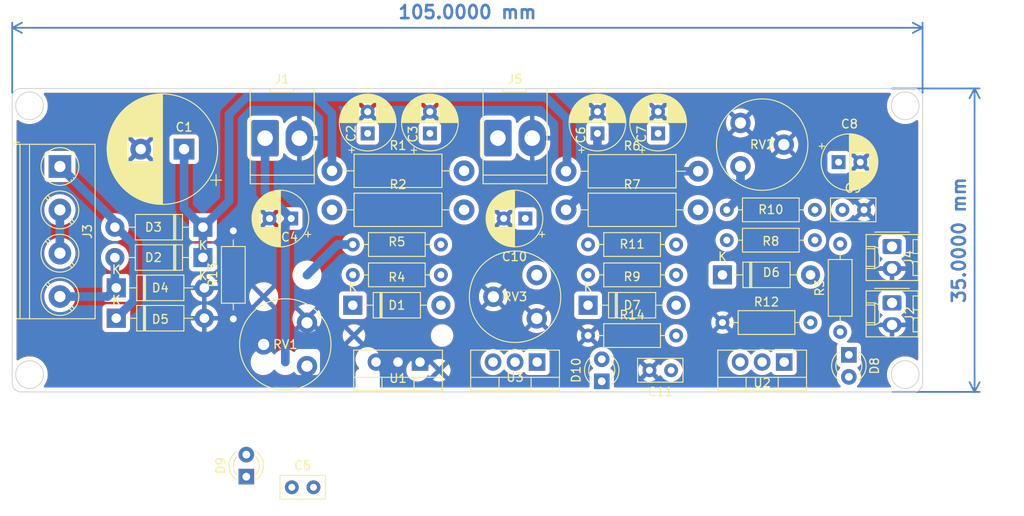
<source format=kicad_pcb>
(kicad_pcb (version 20211014) (generator pcbnew)
  (layers (0 "F.Cu" signal) (31 "B.Cu" signal) (34 "B.Paste" user) (35 "F.Paste" user) (36 "B.SilkS" user "B.Silkscreen") (37 "F.SilkS" user "F.Silkscreen") (38 "B.Mask" user) (39 "F.Mask" user) (44 "Edge.Cuts" user))
  (net 0 "")
  (net 1 "unreg")
  (net 2 "GND")
  (net 3 "Net-(C2-Pad1)")
  (net 4 "Net-(C3-Pad1)")
  (net 5 "+44V A")
  (net 6 "+44V B")
  (net 7 "+48V")
  (net 8 "Net-(D3-Pad2)")
  (net 9 "Net-(C6-Pad1)")
  (net 10 "Net-(J3-Pad2)")
  (net 11 "Net-(R5-Pad1)")
  (net 12 "Net-(C7-Pad1)")
  (net 13 "Net-(D2-Pad2)")
  (net 14 "Net-(D8-Pad1)")
  (net 15 "Net-(R10-Pad2)")
  (net 16 "Net-(R10-Pad1)")
  (net 17 "Net-(D9-Pad1)")
  (net 18 "Net-(D10-Pad1)")
  (net 19 "Net-(J2-Pad1)")
  (net 20 "Net-(R4-Pad1)")
  (net 21 "Net-(R11-Pad2)")
  (net 22 "Net-(R11-Pad1)")
  (footprint "TerminalBlock_Phoenix:TerminalBlock_Phoenix_PT-1,5-4-5.0-H_1x04_P5.00mm_Horizontal" (layer "F.Cu") (at 25.5 39 -90)
    (fp_text reference "J3" (at 7.5005 -3.175 90) (layer "F.SilkS"))
    (fp_text value " ")
    (pad "1" thru_hole rect (at 0 0 270) (size 2.6 2.6) (drill 1.3) (layers *.Cu *.Mask) (net 8 "Net-(D3-Pad2)"))
    (pad "2" thru_hole circle (at 5 0 270) (size 2.6 2.6) (drill 1.3) (layers *.Cu *.Mask) (net 10 "Net-(J3-Pad2)"))
    (pad "3" thru_hole circle (at 10 0 270) (size 2.6 2.6) (drill 1.3) (layers *.Cu *.Mask) (net 10 "Net-(J3-Pad2)"))
    (pad "4" thru_hole circle (at 15 0 270) (size 2.6 2.6) (drill 1.3) (layers *.Cu *.Mask) (net 13 "Net-(D2-Pad2)"))
  )
  (footprint "Capacitor_THT:CP_Radial_D6.3mm_P2.50mm" (layer "F.Cu") (at 68.175 35.18238 90)
    (fp_text reference "C3" (at -0.085241 -1.955 90) (layer "F.SilkS"))
    (fp_text value "10uF 80V")
    (pad "1" thru_hole rect (at 0 0 90) (size 1.6 1.6) (drill 0.8) (layers *.Cu *.Mask) (net 4 "Net-(C3-Pad1)"))
    (pad "2" thru_hole circle (at 2.5 0 90) (size 1.6 1.6) (drill 0.8) (layers *.Cu *.Mask) (net 2 "GND"))
  )
  (footprint "Resistor_THT:R_Axial_DIN0207_L6.3mm_D2.5mm_P10.16mm_Horizontal" (layer "F.Cu") (at 86.42 58.5)
    (fp_text reference "R14" (at 5.08 -2.37) (layer "F.SilkS"))
    (fp_text value "2k2")
    (pad "1" thru_hole circle (at 0 0) (size 1.6 1.6) (drill 0.8) (layers *.Cu *.Mask) (net 2 "GND"))
    (pad "2" thru_hole oval (at 10.16 0) (size 1.6 1.6) (drill 0.8) (layers *.Cu *.Mask) (net 18 "Net-(D10-Pad1)"))
  )
  (footprint "Package_TO_SOT_THT:TO-220-3_Vertical" (layer "F.Cu") (at 67.04 61.555 180)
    (fp_text reference "U1" (at 2.54 -1.88) (layer "F.SilkS"))
    (fp_text value "LM317_TO-220")
    (pad "1" thru_hole rect (at 0 0 180) (size 1.905 2) (drill 1.1) (layers *.Cu *.Mask) (net 20 "Net-(R4-Pad1)"))
    (pad "2" thru_hole oval (at 2.54 0 180) (size 1.905 2) (drill 1.1) (layers *.Cu *.Mask) (net 5 "+44V A"))
    (pad "3" thru_hole oval (at 5.08 0 180) (size 1.905 2) (drill 1.1) (layers *.Cu *.Mask) (net 4 "Net-(C3-Pad1)"))
  )
  (footprint "Capacitor_THT:CP_Radial_D6.3mm_P2.50mm" (layer "F.Cu") (at 79.18238 45 180)
    (fp_text reference "C10" (at 1.25 -4.4) (layer "F.SilkS"))
    (fp_text value "10uF 63V")
    (pad "1" thru_hole rect (at 0 0 180) (size 1.6 1.6) (drill 0.8) (layers *.Cu *.Mask) (net 6 "+44V B"))
    (pad "2" thru_hole circle (at 2.5 0 180) (size 1.6 1.6) (drill 0.8) (layers *.Cu *.Mask) (net 2 "GND"))
  )
  (footprint "Resistor_THT:R_Axial_DIN0207_L6.3mm_D2.5mm_P10.16mm_Horizontal" (layer "F.Cu") (at 101.92 57)
    (fp_text reference "R12" (at 5.08 -2.37) (layer "F.SilkS"))
    (fp_text value "2k2")
    (pad "1" thru_hole circle (at 0 0) (size 1.6 1.6) (drill 0.8) (layers *.Cu *.Mask) (net 2 "GND"))
    (pad "2" thru_hole oval (at 10.16 0) (size 1.6 1.6) (drill 0.8) (layers *.Cu *.Mask) (net 14 "Net-(D8-Pad1)"))
  )
  (footprint "Diode_THT:D_DO-41_SOD81_P10.16mm_Horizontal" (layer "F.Cu") (at 42 46 180)
    (fp_text reference "D3" (at 5.715 0) (layer "F.SilkS"))
    (fp_text value "1n4004")
    (fp_text user "K" (at 0 -2.1) (layer "F.SilkS"))
    (pad "1" thru_hole rect (at 0 0 180) (size 2.2 2.2) (drill 1.1) (layers *.Cu *.Mask) (net 1 "unreg"))
    (pad "2" thru_hole oval (at 10.16 0 180) (size 2.2 2.2) (drill 1.1) (layers *.Cu *.Mask) (net 8 "Net-(D3-Pad2)"))
  )
  (footprint "Capacitor_THT:C_Disc_D5.0mm_W2.5mm_P2.50mm" (layer "F.Cu") (at 52.25 76)
    (fp_text reference "C5" (at 1.25 -2.5) (layer "F.SilkS"))
    (fp_text value "100n")
    (pad "1" thru_hole circle (at 0 0) (size 1.6 1.6) (drill 0.8) (layers *.Cu *.Mask) (net 5 "+44V A"))
    (pad "2" thru_hole circle (at 2.5 0) (size 1.6 1.6) (drill 0.8) (layers *.Cu *.Mask) (net 2 "GND"))
  )
  (footprint "Capacitor_THT:CP_Radial_D6.3mm_P2.50mm" (layer "F.Cu") (at 94.5 35.18238 90)
    (fp_text reference "C7" (at -0.087621 -1.905 90) (layer "F.SilkS"))
    (fp_text value "10uF 80V")
    (pad "1" thru_hole rect (at 0 0 90) (size 1.6 1.6) (drill 0.8) (layers *.Cu *.Mask) (net 12 "Net-(C7-Pad1)"))
    (pad "2" thru_hole circle (at 2.5 0 90) (size 1.6 1.6) (drill 0.8) (layers *.Cu *.Mask) (net 2 "GND"))
  )
  (footprint "Resistor_THT:R_Axial_DIN0207_L6.3mm_D2.5mm_P10.16mm_Horizontal" (layer "F.Cu") (at 115.5 58.08 90)
    (fp_text reference "R3" (at 5.08 -2.37 90) (layer "F.SilkS"))
    (fp_text value "2k2")
    (pad "1" thru_hole circle (at 0 0 90) (size 1.6 1.6) (drill 0.8) (layers *.Cu *.Mask) (net 19 "Net-(J2-Pad1)"))
    (pad "2" thru_hole oval (at 10.16 0 90) (size 1.6 1.6) (drill 0.8) (layers *.Cu *.Mask) (net 7 "+48V"))
  )
  (footprint "LED_THT:LED_D3.0mm" (layer "F.Cu") (at 88 63.775 90)
    (fp_text reference "D10" (at 1.27 -2.96 90) (layer "F.SilkS"))
    (fp_text value "LED_Small")
    (pad "1" thru_hole rect (at 0 0 90) (size 1.8 1.8) (drill 0.9) (layers *.Cu *.Mask) (net 18 "Net-(D10-Pad1)"))
    (pad "2" thru_hole circle (at 2.54 0 90) (size 1.8 1.8) (drill 0.9) (layers *.Cu *.Mask) (net 6 "+44V B"))
  )
  (footprint "Resistor_THT:R_Axial_DIN0207_L6.3mm_D2.5mm_P10.16mm_Horizontal" (layer "F.Cu") (at 59.285 48)
    (fp_text reference "R5" (at 5.08 -0.31) (layer "F.SilkS"))
    (fp_text value "7k5")
    (pad "1" thru_hole circle (at 0 0) (size 1.6 1.6) (drill 0.8) (layers *.Cu *.Mask) (net 11 "Net-(R5-Pad1)"))
    (pad "2" thru_hole oval (at 10.16 0) (size 1.6 1.6) (drill 0.8) (layers *.Cu *.Mask) (net 20 "Net-(R4-Pad1)"))
  )
  (footprint "Resistor_THT:R_Axial_DIN0411_L9.9mm_D3.6mm_P15.24mm_Horizontal" (layer "F.Cu") (at 56.88 44)
    (fp_text reference "R2" (at 7.62 -2.92) (layer "F.SilkS"))
    (fp_text value "1R 1W")
    (pad "1" thru_hole circle (at 0 0) (size 2.4 2.4) (drill 1.2) (layers *.Cu *.Mask) (net 3 "Net-(C2-Pad1)"))
    (pad "2" thru_hole oval (at 15.24 0) (size 2.4 2.4) (drill 1.2) (layers *.Cu *.Mask) (net 4 "Net-(C3-Pad1)"))
  )
  (footprint "Potentiometer_THT:Potentiometer_Piher_PT-10-V05_Vertical" (layer "F.Cu") (at 104 38.975)
    (fp_text reference "RV2" (at 2.501 -2.5) (layer "F.SilkS"))
    (fp_text value "2k")
    (pad "1" thru_hole circle (at 0 0) (size 2.34 2.34) (drill 1.3) (layers *.Cu *.Mask) (net 16 "Net-(R10-Pad1)"))
    (pad "2" thru_hole circle (at 5 -2.5) (size 2.34 2.34) (drill 1.3) (layers *.Cu *.Mask) (net 2 "GND"))
    (pad "3" thru_hole circle (at 0 -5) (size 2.34 2.34) (drill 1.3) (layers *.Cu *.Mask) (net 2 "GND"))
  )
  (footprint "Connector_Molex:Molex_KK-396_5273-02A_1x02_P3.96mm_Vertical" (layer "F.Cu") (at 49.165 35.735)
    (fp_text reference "J1" (at 1.98 -6.8) (layer "F.SilkS"))
    (fp_text value " ")
    (pad "1" thru_hole roundrect (at 0 0) (size 3.16 4.2) (drill 1.8) (layers *.Cu *.Mask) (roundrect_rratio 0.07911392405) (net 5 "+44V A"))
    (pad "2" thru_hole oval (at 3.96 0) (size 3.16 4.2) (drill 1.8) (layers *.Cu *.Mask) (net 2 "GND"))
  )
  (footprint "Capacitor_THT:CP_Radial_D6.3mm_P2.50mm" (layer "F.Cu") (at 115.317621 38.5)
    (fp_text reference "C8" (at 1.25 -4.4) (layer "F.SilkS"))
    (fp_text value "10uF 63V")
    (pad "1" thru_hole rect (at 0 0) (size 1.6 1.6) (drill 0.8) (layers *.Cu *.Mask) (net 7 "+48V"))
    (pad "2" thru_hole circle (at 2.5 0) (size 1.6 1.6) (drill 0.8) (layers *.Cu *.Mask) (net 2 "GND"))
  )
  (footprint "Resistor_THT:R_Axial_DIN0207_L6.3mm_D2.5mm_P10.16mm_Horizontal" (layer "F.Cu") (at 59.285 51.5)
    (fp_text reference "R4" (at 5.08 0.275) (layer "F.SilkS"))
    (fp_text value "240r")
    (pad "1" thru_hole circle (at 0 0) (size 1.6 1.6) (drill 0.8) (layers *.Cu *.Mask) (net 20 "Net-(R4-Pad1)"))
    (pad "2" thru_hole oval (at 10.16 0) (size 1.6 1.6) (drill 0.8) (layers *.Cu *.Mask) (net 5 "+44V A"))
  )
  (footprint "Diode_THT:D_DO-41_SOD81_P10.16mm_Horizontal" (layer "F.Cu") (at 32 56.5)
    (fp_text reference "D5" (at 5.08 0.12) (layer "F.SilkS"))
    (fp_text value "1n4004")
    (fp_text user "K" (at 0 -2.1) (layer "F.SilkS"))
    (pad "1" thru_hole rect (at 0 0) (size 2.2 2.2) (drill 1.1) (layers *.Cu *.Mask) (net 8 "Net-(D3-Pad2)"))
    (pad "2" thru_hole oval (at 10.16 0) (size 2.2 2.2) (drill 1.1) (layers *.Cu *.Mask) (net 2 "GND"))
  )
  (footprint "Diode_THT:D_DO-41_SOD81_P10.16mm_Horizontal" (layer "F.Cu") (at 101.92 51.5)
    (fp_text reference "D6" (at 5.635 -0.275) (layer "F.SilkS"))
    (fp_text value "1n4004")
    (fp_text user "K" (at 0 -2.1) (layer "F.SilkS"))
    (pad "1" thru_hole rect (at 0 0) (size 2.2 2.2) (drill 1.1) (layers *.Cu *.Mask) (net 1 "unreg"))
    (pad "2" thru_hole oval (at 10.16 0) (size 2.2 2.2) (drill 1.1) (layers *.Cu *.Mask) (net 7 "+48V"))
  )
  (footprint "LED_THT:LED_D3.0mm" (layer "F.Cu") (at 116.5 60.725 -90)
    (fp_text reference "D8" (at 1.27 -2.96 90) (layer "F.SilkS"))
    (fp_text value "LED_Small")
    (pad "1" thru_hole rect (at 0 0 270) (size 1.8 1.8) (drill 0.9) (layers *.Cu *.Mask) (net 14 "Net-(D8-Pad1)"))
    (pad "2" thru_hole circle (at 2.54 0 270) (size 1.8 1.8) (drill 0.9) (layers *.Cu *.Mask) (net 7 "+48V"))
  )
  (footprint "Connector_Molex:Molex_KK-396_5273-02A_1x02_P3.96mm_Vertical" (layer "F.Cu") (at 76.02 35.725)
    (fp_text reference "J5" (at 1.98 -6.8) (layer "F.SilkS"))
    (fp_text value " ")
    (pad "1" thru_hole roundrect (at 0 0) (size 3.16 4.2) (drill 1.8) (layers *.Cu *.Mask) (roundrect_rratio 0.07911392405) (net 6 "+44V B"))
    (pad "2" thru_hole oval (at 3.96 0) (size 3.16 4.2) (drill 1.8) (layers *.Cu *.Mask) (net 2 "GND"))
  )
  (footprint "Connector_Molex:Molex_KK-254_AE-6410-02A_1x02_P2.54mm_Vertical" (layer "F.Cu") (at 121.48 48.23 -90)
    (fp_text reference "J4" (at 1.27 -1.925 90) (layer "F.SilkS"))
    (fp_text value " ")
    (pad "1" thru_hole roundrect (at 0 0 270) (size 1.74 2.19) (drill 1.19) (layers *.Cu *.Mask) (roundrect_rratio 0.1436781609) (net 7 "+48V"))
    (pad "2" thru_hole oval (at 2.54 0 270) (size 1.74 2.19) (drill 1.19) (layers *.Cu *.Mask) (net 2 "GND"))
  )
  (footprint "Diode_THT:D_DO-41_SOD81_P10.16mm_Horizontal" (layer "F.Cu") (at 59.285 55)
    (fp_text reference "D1" (at 5.08 0) (layer "F.SilkS"))
    (fp_text value "1n4004")
    (fp_text user "K" (at 0 -2.1) (layer "F.SilkS"))
    (pad "1" thru_hole rect (at 0 0) (size 2.2 2.2) (drill 1.1) (layers *.Cu *.Mask) (net 4 "Net-(C3-Pad1)"))
    (pad "2" thru_hole oval (at 10.16 0) (size 2.2 2.2) (drill 1.1) (layers *.Cu *.Mask) (net 5 "+44V A"))
  )
  (footprint "Diode_THT:D_DO-41_SOD81_P10.16mm_Horizontal" (layer "F.Cu") (at 32 53)
    (fp_text reference "D4" (at 5.08 0) (layer "F.SilkS"))
    (fp_text value "1n4004")
    (fp_text user "K" (at 0 -2.1) (layer "F.SilkS"))
    (pad "1" thru_hole rect (at 0 0) (size 2.2 2.2) (drill 1.1) (layers *.Cu *.Mask) (net 13 "Net-(D2-Pad2)"))
    (pad "2" thru_hole oval (at 10.16 0) (size 2.2 2.2) (drill 1.1) (layers *.Cu *.Mask) (net 2 "GND"))
  )
  (footprint "Package_TO_SOT_THT:TO-220-3_Vertical" (layer "F.Cu") (at 109.04 61.555 180)
    (fp_text reference "U2" (at 2.54 -2.405) (layer "F.SilkS"))
    (fp_text value "LM317_TO-220")
    (pad "1" thru_hole rect (at 0 0 180) (size 1.905 2) (drill 1.1) (layers *.Cu *.Mask) (net 15 "Net-(R10-Pad2)"))
    (pad "2" thru_hole oval (at 2.54 0 180) (size 1.905 2) (drill 1.1) (layers *.Cu *.Mask) (net 7 "+48V"))
    (pad "3" thru_hole oval (at 5.08 0 180) (size 1.905 2) (drill 1.1) (layers *.Cu *.Mask) (net 1 "unreg"))
  )
  (footprint "Resistor_THT:R_Axial_DIN0207_L6.3mm_D2.5mm_P10.16mm_Horizontal" (layer "F.Cu") (at 45.5 56.58 90)
    (fp_text reference "R13" (at 5.08 -2.37 90) (layer "F.SilkS"))
    (fp_text value "2k2")
    (pad "1" thru_hole circle (at 0 0 90) (size 1.6 1.6) (drill 0.8) (layers *.Cu *.Mask) (net 2 "GND"))
    (pad "2" thru_hole oval (at 10.16 0 90) (size 1.6 1.6) (drill 0.8) (layers *.Cu *.Mask) (net 17 "Net-(D9-Pad1)"))
  )
  (footprint "Potentiometer_THT:Potentiometer_Piher_PT-10-V05_Vertical" (layer "F.Cu") (at 80.5 51.525 180)
    (fp_text reference "RV3" (at 2.501 -2.5) (layer "F.SilkS"))
    (fp_text value "2k")
    (pad "1" thru_hole circle (at 0 0 180) (size 2.34 2.34) (drill 1.3) (layers *.Cu *.Mask) (net 22 "Net-(R11-Pad1)"))
    (pad "2" thru_hole circle (at 5 -2.5 180) (size 2.34 2.34) (drill 1.3) (layers *.Cu *.Mask) (net 2 "GND"))
    (pad "3" thru_hole circle (at 0 -5 180) (size 2.34 2.34) (drill 1.3) (layers *.Cu *.Mask) (net 2 "GND"))
  )
  (footprint "Capacitor_THT:CP_Radial_D12.5mm_P5.00mm" (layer "F.Cu") (at 39.823959 37 180)
    (fp_text reference "C1" (at 0 2.54) (layer "F.SilkS"))
    (fp_text value "200uF 80V")
    (pad "1" thru_hole rect (at 0 0 180) (size 2.4 2.4) (drill 1.2) (layers *.Cu *.Mask) (net 1 "unreg"))
    (pad "2" thru_hole circle (at 5 0 180) (size 2.4 2.4) (drill 1.2) (layers *.Cu *.Mask) (net 2 "GND"))
  )
  (footprint "Diode_THT:D_DO-41_SOD81_P10.16mm_Horizontal" (layer "F.Cu") (at 86.42 55)
    (fp_text reference "D7" (at 5.08 0) (layer "F.SilkS"))
    (fp_text value "1n4004")
    (fp_text user "K" (at 0 -2.1) (layer "F.SilkS"))
    (pad "1" thru_hole rect (at 0 0) (size 2.2 2.2) (drill 1.1) (layers *.Cu *.Mask) (net 12 "Net-(C7-Pad1)"))
    (pad "2" thru_hole oval (at 10.16 0) (size 2.2 2.2) (drill 1.1) (layers *.Cu *.Mask) (net 6 "+44V B"))
  )
  (footprint "Capacitor_THT:CP_Radial_D6.3mm_P2.50mm" (layer "F.Cu") (at 52.18238 45 180)
    (fp_text reference "C4" (at 0.189759 -2.14) (layer "F.SilkS"))
    (fp_text value "10uF 63V")
    (pad "1" thru_hole rect (at 0 0 180) (size 1.6 1.6) (drill 0.8) (layers *.Cu *.Mask) (net 5 "+44V A"))
    (pad "2" thru_hole circle (at 2.5 0 180) (size 1.6 1.6) (drill 0.8) (layers *.Cu *.Mask) (net 2 "GND"))
  )
  (footprint "Capacitor_THT:CP_Radial_D6.3mm_P2.50mm" (layer "F.Cu") (at 61 35.18238 90)
    (fp_text reference "C2" (at 0 -1.905 90) (layer "F.SilkS"))
    (fp_text value "10uF 80V")
    (pad "1" thru_hole rect (at 0 0 90) (size 1.6 1.6) (drill 0.8) (layers *.Cu *.Mask) (net 3 "Net-(C2-Pad1)"))
    (pad "2" thru_hole circle (at 2.5 0 90) (size 1.6 1.6) (drill 0.8) (layers *.Cu *.Mask) (net 2 "GND"))
  )
  (footprint "Resistor_THT:R_Axial_DIN0207_L6.3mm_D2.5mm_P10.16mm_Horizontal" (layer "F.Cu") (at 112.58 47.5 180)
    (fp_text reference "R8" (at 5.08 -0.12) (layer "F.SilkS"))
    (fp_text value "240r")
    (pad "1" thru_hole circle (at 0 0 180) (size 1.6 1.6) (drill 0.8) (layers *.Cu *.Mask) (net 15 "Net-(R10-Pad2)"))
    (pad "2" thru_hole oval (at 10.16 0 180) (size 1.6 1.6) (drill 0.8) (layers *.Cu *.Mask) (net 7 "+48V"))
  )
  (footprint "LED_THT:LED_D3.0mm" (layer "F.Cu") (at 47 74.775 90)
    (fp_text reference "D9" (at 1.27 -2.96 90) (layer "F.SilkS"))
    (fp_text value "LED_Small")
    (pad "1" thru_hole rect (at 0 0 90) (size 1.8 1.8) (drill 0.9) (layers *.Cu *.Mask) (net 17 "Net-(D9-Pad1)"))
    (pad "2" thru_hole circle (at 2.54 0 90) (size 1.8 1.8) (drill 0.9) (layers *.Cu *.Mask) (net 5 "+44V A"))
  )
  (footprint "Capacitor_THT:C_Disc_D5.0mm_W2.5mm_P2.50mm" (layer "F.Cu") (at 96 62.5 180)
    (fp_text reference "C11" (at 1.25 -2.5) (layer "F.SilkS"))
    (fp_text value "100n")
    (pad "1" thru_hole circle (at 0 0 180) (size 1.6 1.6) (drill 0.8) (layers *.Cu *.Mask) (net 6 "+44V B"))
    (pad "2" thru_hole circle (at 2.5 0 180) (size 1.6 1.6) (drill 0.8) (layers *.Cu *.Mask) (net 2 "GND"))
  )
  (footprint "Resistor_THT:R_Axial_DIN0207_L6.3mm_D2.5mm_P10.16mm_Horizontal" (layer "F.Cu") (at 86.42 51.5)
    (fp_text reference "R9" (at 5.08 0.215) (layer "F.SilkS"))
    (fp_text value "240r")
    (pad "1" thru_hole circle (at 0 0) (size 1.6 1.6) (drill 0.8) (layers *.Cu *.Mask) (net 21 "Net-(R11-Pad2)"))
    (pad "2" thru_hole oval (at 10.16 0) (size 1.6 1.6) (drill 0.8) (layers *.Cu *.Mask) (net 6 "+44V B"))
  )
  (footprint "Capacitor_THT:C_Disc_D5.0mm_W2.5mm_P2.50mm" (layer "F.Cu") (at 115.75 44)
    (fp_text reference "C9" (at 1.25 -2.5) (layer "F.SilkS"))
    (fp_text value "100n")
    (pad "1" thru_hole circle (at 0 0) (size 1.6 1.6) (drill 0.8) (layers *.Cu *.Mask) (net 7 "+48V"))
    (pad "2" thru_hole circle (at 2.5 0) (size 1.6 1.6) (drill 0.8) (layers *.Cu *.Mask) (net 2 "GND"))
  )
  (footprint "Diode_THT:D_DO-41_SOD81_P10.16mm_Horizontal" (layer "F.Cu") (at 42 49.5 180)
    (fp_text reference "D2" (at 5.715 0) (layer "F.SilkS"))
    (fp_text value "1n4004")
    (fp_text user "K" (at 0 -2.1) (layer "F.SilkS"))
    (pad "1" thru_hole rect (at 0 0 180) (size 2.2 2.2) (drill 1.1) (layers *.Cu *.Mask) (net 1 "unreg"))
    (pad "2" thru_hole oval (at 10.16 0 180) (size 2.2 2.2) (drill 1.1) (layers *.Cu *.Mask) (net 13 "Net-(D2-Pad2)"))
  )
  (footprint "Connector_Molex:Molex_KK-254_AE-6410-02A_1x02_P2.54mm_Vertical" (layer "F.Cu") (at 121.48 54.73 -90)
    (fp_text reference "J2" (at 1.27 -2.02 90) (layer "F.SilkS"))
    (fp_text value " ")
    (pad "1" thru_hole roundrect (at 0 0 270) (size 1.74 2.19) (drill 1.19) (layers *.Cu *.Mask) (roundrect_rratio 0.143678) (net 19 "Net-(J2-Pad1)"))
    (pad "2" thru_hole oval (at 2.54 0 270) (size 1.74 2.19) (drill 1.19) (layers *.Cu *.Mask) (net 2 "GND"))
  )
  (footprint "Capacitor_THT:CP_Radial_D6.3mm_P2.50mm" (layer "F.Cu") (at 87.5 35.18238 90)
    (fp_text reference "C6" (at -0.170241 -1.91 90) (layer "F.SilkS"))
    (fp_text value "10uF 80V")
    (pad "1" thru_hole rect (at 0 0 90) (size 1.6 1.6) (drill 0.8) (layers *.Cu *.Mask) (net 9 "Net-(C6-Pad1)"))
    (pad "2" thru_hole circle (at 2.5 0 90) (size 1.6 1.6) (drill 0.8) (layers *.Cu *.Mask) (net 2 "GND"))
  )
  (footprint "Resistor_THT:R_Axial_DIN0207_L6.3mm_D2.5mm_P10.16mm_Horizontal" (layer "F.Cu") (at 86.42 48)
    (fp_text reference "R11" (at 5.08 -0.04) (layer "F.SilkS"))
    (fp_text value "7k5")
    (pad "1" thru_hole circle (at 0 0) (size 1.6 1.6) (drill 0.8) (layers *.Cu *.Mask) (net 22 "Net-(R11-Pad1)"))
    (pad "2" thru_hole oval (at 10.16 0) (size 1.6 1.6) (drill 0.8) (layers *.Cu *.Mask) (net 21 "Net-(R11-Pad2)"))
  )
  (footprint "Package_TO_SOT_THT:TO-220-3_Vertical" (layer "F.Cu") (at 80.54 61.555 180)
    (fp_text reference "U3" (at 2.54 -1.76) (layer "F.SilkS"))
    (fp_text value "LM317_TO-220")
    (pad "1" thru_hole rect (at 0 0 180) (size 1.905 2) (drill 1.1) (layers *.Cu *.Mask) (net 21 "Net-(R11-Pad2)"))
    (pad "2" thru_hole oval (at 2.54 0 180) (size 1.905 2) (drill 1.1) (layers *.Cu *.Mask) (net 6 "+44V B"))
    (pad "3" thru_hole oval (at 5.08 0 180) (size 1.905 2) (drill 1.1) (layers *.Cu *.Mask) (net 12 "Net-(C7-Pad1)"))
  )
  (footprint "Resistor_THT:R_Axial_DIN0411_L9.9mm_D3.6mm_P15.24mm_Horizontal" (layer "F.Cu") (at 83.88 39.545)
    (fp_text reference "R6" (at 7.62 -2.92) (layer "F.SilkS"))
    (fp_text value "1R 1W")
    (pad "1" thru_hole circle (at 0 0) (size 2.4 2.4) (drill 1.2) (layers *.Cu *.Mask) (net 1 "unreg"))
    (pad "2" thru_hole oval (at 15.24 0) (size 2.4 2.4) (drill 1.2) (layers *.Cu *.Mask) (net 9 "Net-(C6-Pad1)"))
  )
  (footprint "Resistor_THT:R_Axial_DIN0207_L6.3mm_D2.5mm_P10.16mm_Horizontal" (layer "F.Cu") (at 102.42 44)
    (fp_text reference "R10" (at 5.08 -0.025) (layer "F.SilkS"))
    (fp_text value "7k5")
    (pad "1" thru_hole circle (at 0 0) (size 1.6 1.6) (drill 0.8) (layers *.Cu *.Mask) (net 16 "Net-(R10-Pad1)"))
    (pad "2" thru_hole oval (at 10.16 0) (size 1.6 1.6) (drill 0.8) (layers *.Cu *.Mask) (net 15 "Net-(R10-Pad2)"))
  )
  (footprint "Resistor_THT:R_Axial_DIN0411_L9.9mm_D3.6mm_P15.24mm_Horizontal" (layer "F.Cu") (at 56.88 39.5)
    (fp_text reference "R1" (at 7.62 -2.92) (layer "F.SilkS"))
    (fp_text value "1R 1W")
    (pad "1" thru_hole circle (at 0 0) (size 2.4 2.4) (drill 1.2) (layers *.Cu *.Mask) (net 1 "unreg"))
    (pad "2" thru_hole oval (at 15.24 0) (size 2.4 2.4) (drill 1.2) (layers *.Cu *.Mask) (net 3 "Net-(C2-Pad1)"))
  )
  (footprint "Potentiometer_THT:Potentiometer_Piher_PT-10-V05_Vertical" (layer "F.Cu") (at 54 57.025 180)
    (fp_text reference "RV1" (at 2.501 -2.5) (layer "F.SilkS"))
    (fp_text value "2k")
    (pad "1" thru_hole circle (at 0 0 180) (size 2.34 2.34) (drill 1.3) (layers *.Cu *.Mask) (net 11 "Net-(R5-Pad1)"))
    (pad "2" thru_hole circle (at 5 -2.5 180) (size 2.34 2.34) (drill 1.3) (layers *.Cu *.Mask) (net 2 "GND"))
    (pad "3" thru_hole circle (at 0 -5 180) (size 2.34 2.34) (drill 1.3) (layers *.Cu *.Mask) (net 2 "GND"))
  )
  (footprint "Resistor_THT:R_Axial_DIN0411_L9.9mm_D3.6mm_P15.24mm_Horizontal" (layer "F.Cu") (at 83.88 44)
    (fp_text reference "R7" (at 7.62 -2.92) (layer "F.SilkS"))
    (fp_text value "1R 1W")
    (pad "1" thru_hole circle (at 0 0) (size 2.4 2.4) (drill 1.2) (layers *.Cu *.Mask) (net 9 "Net-(C6-Pad1)"))
    (pad "2" thru_hole oval (at 15.24 0) (size 2.4 2.4) (drill 1.2) (layers *.Cu *.Mask) (net 12 "Net-(C7-Pad1)"))
  )
  (gr_circle (center 123 32) (end 124.6 32) (layer "Edge.Cuts") (width 0.1) (fill none))
  (gr_arc (start 125 64) (mid 124.707107 64.707107) (end 124 65) (layer "Edge.Cuts") (width 0.1))
  (gr_arc (start 21 65) (mid 20.292893 64.707107) (end 20 64) (layer "Edge.Cuts") (width 0.1))
  (gr_line (start 124 65) (end 21 65) (layer "Edge.Cuts") (width 0.1))
  (gr_arc (start 20 31) (mid 20.292893 30.292893) (end 21 30) (layer "Edge.Cuts") (width 0.1))
  (gr_circle (center 22 32) (end 23.6 32) (layer "Edge.Cuts") (width 0.1) (fill none))
  (gr_line (start 20 64) (end 20 31) (layer "Edge.Cuts") (width 0.1))
  (gr_circle (center 22 63) (end 23.6 63) (layer "Edge.Cuts") (width 0.1) (fill none))
  (gr_line (start 125 31) (end 125 64) (layer "Edge.Cuts") (width 0.1))
  (gr_arc (start 124 30) (mid 124.707107 30.292893) (end 125 31) (layer "Edge.Cuts") (width 0.1))
  (gr_line (start 21 30) (end 124 30) (layer "Edge.Cuts") (width 0.1))
  (gr_circle (center 123 63) (end 124.6 63) (layer "Edge.Cuts") (width 0.1) (fill none))
  (dimension (type aligned) (layer "B.Cu") (pts (xy 121 30) (xy 121 65)) (height -10) (gr_text "35,0000 mm" (at 129.2 47.5 90) (layer "B.Cu") (effects (font (size 1.5 1.5) (thickness 0.3)))) (format (units 3) (units_format 1) (precision 4)) (style (thickness 0.2) (arrow_length 1.27) (text_position_mode 0) (extension_height 0.58642) (extension_offset 0.5) keep_text_aligned))
  (dimension (type aligned) (layer "B.Cu") (pts (xy 20 31) (xy 125 31)) (height -8) (gr_text "105,0000 mm" (at 72.5 21.2) (layer "B.Cu") (effects (font (size 1.5 1.5) (thickness 0.3)))) (format (units 3) (units_format 1) (precision 4)) (style (thickness 0.2) (arrow_length 1.27) (text_position_mode 0) (extension_height 0.58642) (extension_offset 0.5) keep_text_aligned))
  (segment (start 55 31) (end 81.5 31) (width 1) (layer "B.Cu") (net 1))
  (segment (start 81.5 31) (end 84 33.5) (width 1) (layer "B.Cu") (net 1))
  (segment (start 39.823959 43.823959) (end 42 46) (width 1) (layer "B.Cu") (net 1))
  (segment (start 45 33) (end 47 31) (width 1) (layer "B.Cu") (net 1))
  (segment (start 55 31) (end 56.88 32.88) (width 1) (layer "B.Cu") (net 1))
  (segment (start 84 33.5) (end 84 39.425) (width 1) (layer "B.Cu") (net 1))
  (segment (start 39.823959 37) (end 39.823959 43.823959) (width 1) (layer "B.Cu") (net 1))
  (segment (start 56.88 32.88) (end 56.88 39.5) (width 1) (layer "B.Cu") (net 1))
  (segment (start 84 39.425) (end 83.88 39.545) (width 1) (layer "B.Cu") (net 1))
  (segment (start 42 46) (end 45 43) (width 1) (layer "B.Cu") (net 1))
  (segment (start 45 43) (end 45 33) (width 1) (layer "B.Cu") (net 1))
  (segment (start 42 49.5) (end 42 46) (width 1) (layer "B.Cu") (net 1))
  (segment (start 47 31) (end 55 31) (width 1) (layer "B.Cu") (net 1))
  (segment (start 51.5 45.68238) (end 52.18238 45) (width 1) (layer "B.Cu") (net 5))
  (segment (start 49.165 35.735) (end 49.165 41.98262) (width 1) (layer "B.Cu") (net 5))
  (segment (start 51.5 61.555) (end 51.5 45.68238) (width 1) (layer "B.Cu") (net 5))
  (segment (start 49.165 41.98262) (end 52.18238 45) (width 1) (layer "B.Cu") (net 5))
  (segment (start 32 56.5) (end 34 54.5) (width 1) (layer "B.Cu") (net 8))
  (segment (start 31.84 45.34) (end 31.84 46) (width 1) (layer "B.Cu") (net 8))
  (segment (start 34 54.5) (end 34 48) (width 1) (layer "B.Cu") (net 8))
  (segment (start 32 46) (end 31.84 46) (width 1) (layer "B.Cu") (net 8))
  (segment (start 25.5 39) (end 31.84 45.34) (width 1) (layer "B.Cu") (net 8))
  (segment (start 34 48) (end 32 46) (width 1) (layer "B.Cu") (net 8))
  (segment (start 99.12 39.545) (end 88.335 39.545) (width 1) (layer "B.Cu") (net 9))
  (segment (start 87.5 40.38) (end 83.88 44) (width 1) (layer "B.Cu") (net 9))
  (segment (start 87.5 35.18238) (end 87.5 40.38) (width 1) (layer "B.Cu") (net 9))
  (segment (start 88.335 39.545) (end 87.5 40.38) (width 1) (layer "B.Cu") (net 9))
  (segment (start 25.5 44) (end 25.5 49) (width 1) (layer "B.Cu") (net 10))
  (segment (start 59.285 48) (end 57.525 48) (width 1) (layer "B.Cu") (net 11))
  (segment (start 57.525 48) (end 54 51.525) (width 1) (layer "B.Cu") (net 11))
  (segment (start 31 54) (end 32 53) (width 1) (layer "B.Cu") (net 13))
  (segment (start 31.84 52.84) (end 32 53) (width 1) (layer "B.Cu") (net 13))
  (segment (start 31.84 49.5) (end 31.84 52.84) (width 1) (layer "B.Cu") (net 13))
  (segment (start 25.5 54) (end 31 54) (width 1) (layer "B.Cu") (net 13))
  (segment (start 104 42.42) (end 102.42 44) (width 1) (layer "B.Cu") (net 16))
  (segment (start 104 38.975) (end 104 42.42) (width 1) (layer "B.Cu") (net 16))
  (zone (net 2) (net_name "GND") (layer "F.Cu") (connect_pads (clearance 0.508)) (min_thickness 0.254) (fill yes (thermal_gap 0.508) (thermal_bridge_width 0.508))
    (polygon (pts (xy 125 65) (xy 20 65) (xy 20 30) (xy 125 30)))
  )
  (zone (net 2) (net_name "GND") (layer "B.Cu") (connect_pads (clearance 0.508)) (min_thickness 0.254) (fill yes (thermal_gap 0.508) (thermal_bridge_width 0.508))
    (polygon (pts (xy 125 65) (xy 20 65) (xy 20 30) (xy 125 30)))
  )
)
</source>
